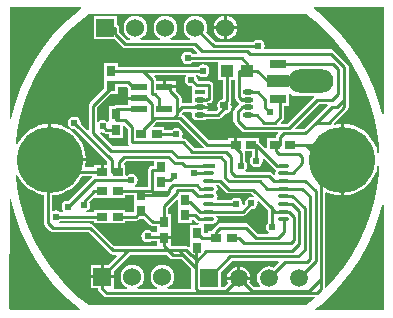
<source format=gtl>
%FSLAX23Y23*%
%MOIN*%
G70*
G01*
G75*
G04 Layer_Physical_Order=1*
G04 Layer_Color=255*
%ADD10R,0.028X0.035*%
%ADD11R,0.035X0.028*%
%ADD12R,0.043X0.039*%
%ADD13R,0.073X0.039*%
%ADD14O,0.150X0.079*%
%ADD15R,0.055X0.031*%
%ADD16R,0.057X0.022*%
%ADD17R,0.057X0.022*%
%ADD18R,0.035X0.017*%
%ADD19O,0.035X0.017*%
%ADD20R,0.040X0.012*%
%ADD21O,0.040X0.012*%
%ADD22C,0.009*%
%ADD23C,0.220*%
%ADD24C,0.059*%
%ADD25R,0.059X0.059*%
%ADD26C,0.060*%
%ADD27R,0.060X0.060*%
%ADD28C,0.024*%
G36*
X184Y12D02*
X183Y11D01*
X178Y4D01*
X177Y-4D01*
X178Y-12D01*
X183Y-19D01*
X190Y-24D01*
X198Y-25D01*
X206Y-24D01*
X213Y-19D01*
X218Y-12D01*
X220Y-4D01*
X219Y1D01*
X223Y4D01*
X256Y-30D01*
X256Y-30D01*
X261Y-33D01*
X261Y-33D01*
X263Y-37D01*
X262Y-40D01*
X261Y-46D01*
X262Y-50D01*
X257Y-52D01*
X249Y-44D01*
X245Y-41D01*
X240Y-40D01*
X163D01*
X162Y-35D01*
X162Y-35D01*
X167Y-28D01*
X168Y-20D01*
X167Y-12D01*
X162Y-5D01*
X161Y-4D01*
Y23D01*
X160Y26D01*
X161Y27D01*
X184D01*
Y12D01*
D02*
G37*
G36*
X-143Y-20D02*
X-148D01*
X-153Y-21D01*
X-158Y-24D01*
X-161Y-29D01*
X-162Y-34D01*
Y-91D01*
X-205D01*
X-206Y-86D01*
X-203Y-84D01*
X-198Y-77D01*
X-197Y-69D01*
X-198Y-61D01*
X-203Y-54D01*
X-210Y-49D01*
X-218Y-48D01*
X-226Y-49D01*
X-233Y-54D01*
X-238Y-51D01*
Y-17D01*
X-242D01*
X-244Y-13D01*
X-237Y-6D01*
X-143D01*
Y-20D01*
D02*
G37*
G36*
X96Y-109D02*
X100Y-112D01*
X106Y-113D01*
X182D01*
X189Y-120D01*
X187Y-125D01*
X182Y-124D01*
X174Y-125D01*
X167Y-130D01*
X162Y-137D01*
X161Y-145D01*
X161Y-147D01*
X157Y-151D01*
X152Y-148D01*
X152Y-148D01*
X151Y-140D01*
X146Y-133D01*
X139Y-128D01*
X131Y-127D01*
X123Y-128D01*
X116Y-133D01*
X115Y-134D01*
X69D01*
X67Y-130D01*
X68Y-128D01*
X69Y-122D01*
X68Y-117D01*
X65Y-112D01*
Y-108D01*
X68Y-103D01*
X69Y-97D01*
X68Y-91D01*
X65Y-86D01*
X65Y-85D01*
X72D01*
X96Y-109D01*
D02*
G37*
G36*
X-231Y102D02*
Y57D01*
X-230Y52D01*
X-227Y48D01*
X-230Y44D01*
X-281D01*
X-324Y87D01*
X-321Y91D01*
X-321Y91D01*
X-313Y90D01*
X-311Y90D01*
X-307Y87D01*
X-302Y86D01*
X-293D01*
Y73D01*
X-247D01*
Y112D01*
X-243Y114D01*
X-231Y102D01*
D02*
G37*
G36*
X24Y40D02*
X24Y40D01*
X24Y40D01*
D01*
X-11D01*
X-37Y67D01*
X-42Y70D01*
X-47Y71D01*
X-49Y75D01*
X-48Y77D01*
X-47Y85D01*
X-48Y93D01*
X-53Y100D01*
X-60Y105D01*
X-68Y106D01*
X-76Y105D01*
X-83Y100D01*
X-84Y99D01*
X-108D01*
Y108D01*
X-145D01*
X-147Y112D01*
X-140Y119D01*
X-135Y125D01*
X-61D01*
X24Y40D01*
D02*
G37*
G36*
X395Y462D02*
X430Y430D01*
X462Y395D01*
X492Y357D01*
X518Y318D01*
X542Y276D01*
X562Y233D01*
X578Y188D01*
X591Y142D01*
X600Y95D01*
X606Y48D01*
X607Y22D01*
X602Y22D01*
X599Y37D01*
X591Y54D01*
X582Y70D01*
X569Y84D01*
X555Y97D01*
X539Y106D01*
X522Y114D01*
X504Y118D01*
X490Y119D01*
Y-0D01*
Y-119D01*
X504Y-118D01*
X522Y-114D01*
X539Y-106D01*
X555Y-97D01*
X569Y-84D01*
X582Y-70D01*
X591Y-54D01*
X599Y-37D01*
X602Y-22D01*
X607Y-22D01*
X606Y-48D01*
X600Y-95D01*
X591Y-142D01*
X578Y-188D01*
X562Y-233D01*
X542Y-276D01*
X518Y-318D01*
X492Y-357D01*
X462Y-395D01*
X432Y-427D01*
X428Y-425D01*
Y-397D01*
X428Y-397D01*
X428Y-397D01*
Y-110D01*
X432Y-107D01*
X448Y-114D01*
X466Y-118D01*
X480Y-119D01*
Y-0D01*
Y119D01*
X466Y118D01*
X459Y116D01*
X456Y120D01*
X502Y166D01*
X505Y170D01*
X506Y176D01*
Y200D01*
Y309D01*
X505Y314D01*
X502Y319D01*
X458Y363D01*
X453Y366D01*
X448Y367D01*
X227D01*
X225Y371D01*
X226Y379D01*
X225Y387D01*
X220Y394D01*
X213Y399D01*
X205Y400D01*
X197Y399D01*
X190Y394D01*
X189Y393D01*
X62D01*
X31Y424D01*
X33Y430D01*
X34Y440D01*
X33Y450D01*
X29Y460D01*
X23Y468D01*
X15Y474D01*
X5Y478D01*
X-5Y479D01*
X-15Y478D01*
X-25Y474D01*
X-33Y468D01*
X-39Y460D01*
X-43Y450D01*
X-44Y440D01*
X-43Y430D01*
X-39Y420D01*
X-33Y412D01*
X-25Y406D01*
X-22Y405D01*
X-23Y400D01*
X-87D01*
X-88Y405D01*
X-85Y406D01*
X-77Y412D01*
X-71Y420D01*
X-67Y430D01*
X-66Y440D01*
X-67Y450D01*
X-71Y460D01*
X-77Y468D01*
X-85Y474D01*
X-95Y478D01*
X-105Y479D01*
X-115Y478D01*
X-125Y474D01*
X-133Y468D01*
X-139Y460D01*
X-143Y450D01*
X-144Y440D01*
X-143Y430D01*
X-139Y420D01*
X-133Y412D01*
X-125Y406D01*
X-122Y405D01*
X-123Y400D01*
X-187D01*
X-188Y405D01*
X-185Y406D01*
X-177Y412D01*
X-171Y420D01*
X-167Y430D01*
X-166Y440D01*
X-167Y450D01*
X-171Y460D01*
X-177Y468D01*
X-185Y474D01*
X-195Y478D01*
X-205Y479D01*
X-215Y478D01*
X-225Y474D01*
X-233Y468D01*
X-239Y460D01*
X-243Y450D01*
X-244Y440D01*
X-243Y430D01*
X-239Y420D01*
X-233Y412D01*
X-225Y406D01*
X-222Y405D01*
X-223Y400D01*
X-234D01*
X-258Y424D01*
Y440D01*
X-259Y445D01*
X-262Y450D01*
X-266Y452D01*
Y479D01*
X-344D01*
Y401D01*
X-274D01*
X-250Y376D01*
X-250Y376D01*
X-247Y374D01*
X-245Y373D01*
X-240Y372D01*
X-13D01*
X2Y357D01*
X0Y353D01*
X-15D01*
X-16Y354D01*
X-23Y359D01*
X-31Y360D01*
X-39Y359D01*
X-46Y354D01*
X-51Y347D01*
X-52Y339D01*
X-51Y331D01*
X-46Y324D01*
X-39Y319D01*
X-31Y318D01*
X-23Y319D01*
X-16Y324D01*
X-15Y325D01*
X71D01*
Y324D01*
X71D01*
Y266D01*
X88D01*
Y202D01*
X80Y200D01*
X73Y196D01*
X69Y189D01*
X67Y181D01*
X69Y172D01*
X71Y169D01*
X64Y162D01*
X38D01*
X35Y166D01*
X36Y167D01*
X36Y169D01*
X10D01*
Y179D01*
X36D01*
X36Y181D01*
X33Y184D01*
X34Y187D01*
X38Y189D01*
X41D01*
X46Y190D01*
X51Y193D01*
X54Y198D01*
X55Y203D01*
Y247D01*
X54Y252D01*
X51Y257D01*
X46Y260D01*
X41Y261D01*
X7D01*
X3Y265D01*
X3Y265D01*
X2Y273D01*
X-3Y280D01*
X-2Y282D01*
X5D01*
X6Y280D01*
X13Y276D01*
X21Y274D01*
X29Y276D01*
X36Y280D01*
X41Y287D01*
X42Y296D01*
X41Y304D01*
X36Y311D01*
X29Y315D01*
X21Y317D01*
X13Y315D01*
X6Y311D01*
X5Y309D01*
X-262D01*
Y322D01*
X-308D01*
Y269D01*
Y237D01*
X-356Y188D01*
X-359Y184D01*
X-360Y178D01*
Y100D01*
X-365Y98D01*
X-387Y120D01*
X-387Y122D01*
X-388Y130D01*
X-393Y137D01*
X-400Y142D01*
X-408Y143D01*
X-416Y142D01*
X-423Y137D01*
X-428Y130D01*
X-429Y122D01*
X-428Y114D01*
X-423Y107D01*
X-416Y102D01*
X-408Y101D01*
X-406Y101D01*
X-298Y-8D01*
Y-17D01*
X-311D01*
Y-40D01*
X-321D01*
Y-17D01*
X-342D01*
Y-26D01*
X-370D01*
X-373Y-22D01*
X-372Y-19D01*
X-371Y-5D01*
X-490D01*
Y-0D01*
X-495D01*
Y119D01*
X-509Y118D01*
X-527Y114D01*
X-544Y106D01*
X-560Y97D01*
X-574Y84D01*
X-587Y70D01*
X-596Y54D01*
X-598Y51D01*
X-603Y52D01*
X-598Y95D01*
X-588Y141D01*
X-575Y187D01*
X-559Y232D01*
X-539Y275D01*
X-516Y316D01*
X-489Y356D01*
X-460Y393D01*
X-428Y428D01*
X-393Y460D01*
X-360Y486D01*
X365D01*
X395Y462D01*
D02*
G37*
G36*
X-156Y-219D02*
X-151Y-222D01*
X-146Y-223D01*
X-146Y-223D01*
X-133D01*
Y-236D01*
Y-243D01*
X-147D01*
X-149Y-240D01*
X-156Y-235D01*
X-164Y-234D01*
X-173Y-235D01*
X-180Y-240D01*
X-184Y-247D01*
X-186Y-255D01*
X-184Y-263D01*
X-180Y-270D01*
X-173Y-275D01*
X-164Y-276D01*
X-156Y-275D01*
X-150Y-271D01*
X-133D01*
Y-287D01*
D01*
Y-287D01*
X-135Y-289D01*
X-228D01*
X-228Y-289D01*
X-228Y-289D01*
X-275D01*
X-347Y-217D01*
X-352Y-214D01*
X-357Y-213D01*
X-459D01*
X-461Y-208D01*
X-456Y-205D01*
X-455Y-204D01*
X-342D01*
Y-213D01*
X-238D01*
Y-204D01*
X-204D01*
X-199Y-203D01*
X-195Y-200D01*
X-192Y-197D01*
X-178D01*
X-156Y-219D01*
D02*
G37*
G36*
X-63Y-135D02*
Y-161D01*
Y-212D01*
X-17D01*
Y-201D01*
X-13Y-199D01*
X-3Y-209D01*
X1Y-212D01*
X6Y-213D01*
X5Y-215D01*
X3Y-218D01*
X-23D01*
Y-271D01*
Y-290D01*
X-27Y-293D01*
X-31Y-290D01*
X-36Y-289D01*
X-87D01*
Y-287D01*
X-87D01*
Y-266D01*
X-110D01*
Y-256D01*
X-87D01*
Y-236D01*
Y-183D01*
X-96D01*
Y-162D01*
X-67Y-133D01*
X-63Y-135D01*
D02*
G37*
G36*
X274Y-342D02*
X256Y-360D01*
X250Y-357D01*
X240Y-356D01*
X230Y-357D01*
X221Y-361D01*
X213Y-367D01*
X206Y-376D01*
X202Y-385D01*
X201Y-395D01*
X202Y-405D01*
X206Y-414D01*
X210Y-420D01*
X208Y-424D01*
X189D01*
X175Y-411D01*
X178Y-405D01*
X178Y-400D01*
X102D01*
X102Y-405D01*
X105Y-411D01*
X91Y-424D01*
X79D01*
Y-376D01*
X117Y-337D01*
X272D01*
X274Y-342D01*
D02*
G37*
G36*
X-208Y-146D02*
Y-174D01*
X-210Y-176D01*
X-238D01*
Y-167D01*
X-342D01*
Y-176D01*
X-367D01*
X-368Y-171D01*
X-362Y-167D01*
X-357Y-160D01*
X-356Y-152D01*
X-357Y-144D01*
X-359Y-141D01*
X-344Y-127D01*
X-342Y-128D01*
Y-128D01*
X-342Y-128D01*
X-238D01*
Y-119D01*
X-208D01*
Y-146D01*
D02*
G37*
G36*
X-350Y-59D02*
X-351Y-59D01*
X-428Y-137D01*
X-430Y-137D01*
X-438Y-138D01*
X-445Y-143D01*
X-450Y-150D01*
X-451Y-158D01*
X-450Y-166D01*
X-446Y-172D01*
X-448Y-176D01*
X-455D01*
X-456Y-175D01*
X-463Y-170D01*
X-471Y-169D01*
X-479Y-170D01*
X-483Y-168D01*
Y-119D01*
X-471Y-118D01*
X-453Y-114D01*
X-436Y-106D01*
X-420Y-97D01*
X-406Y-84D01*
X-393Y-70D01*
X-384Y-54D01*
X-383Y-54D01*
X-351D01*
X-350Y-59D01*
D02*
G37*
G36*
X237Y-168D02*
Y-209D01*
X236Y-210D01*
X231Y-217D01*
X230Y-225D01*
X231Y-233D01*
X236Y-240D01*
X239Y-242D01*
X237Y-247D01*
X204D01*
X174Y-217D01*
X170Y-214D01*
X164Y-213D01*
X77D01*
X77Y-213D01*
X72Y-214D01*
X67Y-217D01*
X54Y-230D01*
X51Y-235D01*
X51Y-237D01*
X38D01*
Y-246D01*
X23D01*
Y-218D01*
X20D01*
Y-217D01*
X23Y-214D01*
X26Y-214D01*
X54D01*
X60Y-213D01*
X65Y-210D01*
X68Y-205D01*
X69Y-199D01*
X68Y-193D01*
X65Y-188D01*
X65Y-187D01*
X153D01*
X159Y-186D01*
X163Y-183D01*
X180Y-166D01*
X182Y-166D01*
X190Y-165D01*
X197Y-160D01*
X202Y-153D01*
X203Y-145D01*
X202Y-140D01*
X207Y-138D01*
X237Y-168D01*
D02*
G37*
G36*
X-35Y277D02*
X-38Y273D01*
X-39Y265D01*
X-38Y257D01*
X-33Y250D01*
X-26Y245D01*
X-18Y244D01*
X-17Y244D01*
X-17Y242D01*
D01*
X-17Y242D01*
X-17Y242D01*
Y208D01*
X-17D01*
X-16Y206D01*
X-17Y199D01*
X-16Y193D01*
X-15Y192D01*
X-18Y188D01*
X-51D01*
X-51Y188D01*
Y204D01*
X-52Y209D01*
X-53Y211D01*
X-55Y214D01*
X-55Y214D01*
X-70Y228D01*
Y237D01*
X-108D01*
Y242D01*
X-113D01*
Y262D01*
X-136D01*
Y265D01*
X-137Y270D01*
X-140Y275D01*
X-143Y277D01*
X-141Y282D01*
X-37D01*
X-35Y277D01*
D02*
G37*
G36*
X126Y209D02*
X127Y204D01*
X130Y200D01*
X140Y190D01*
X140Y190D01*
X141Y189D01*
Y185D01*
X140Y184D01*
X140Y184D01*
X126Y170D01*
X123Y165D01*
X122Y160D01*
Y130D01*
X123Y124D01*
X126Y120D01*
X150Y96D01*
X155Y93D01*
X160Y92D01*
X269D01*
X271Y87D01*
X267Y84D01*
X264Y79D01*
X263Y74D01*
Y73D01*
X233D01*
Y39D01*
X228Y37D01*
X208Y58D01*
X207Y58D01*
Y73D01*
X134D01*
Y50D01*
X124D01*
Y73D01*
X103D01*
Y64D01*
X39D01*
X-45Y148D01*
X-50Y151D01*
X-51Y152D01*
Y154D01*
X-45Y160D01*
X-18D01*
X-15Y156D01*
X-16Y155D01*
X-17Y148D01*
X-16Y141D01*
X-12Y136D01*
X-6Y132D01*
X1Y131D01*
X19D01*
X26Y132D01*
X30Y134D01*
X69D01*
X74Y136D01*
X79Y138D01*
X93Y153D01*
X95Y153D01*
X103Y154D01*
X110Y159D01*
X115Y166D01*
X116Y174D01*
X115Y182D01*
X112Y186D01*
X114Y188D01*
X115Y194D01*
Y266D01*
X126D01*
Y209D01*
D02*
G37*
G36*
X-596Y-54D02*
X-587Y-70D01*
X-574Y-84D01*
X-560Y-97D01*
X-544Y-106D01*
X-527Y-114D01*
X-511Y-117D01*
Y-210D01*
X-510Y-215D01*
X-507Y-220D01*
X-490Y-237D01*
X-490Y-237D01*
X-487Y-239D01*
X-485Y-240D01*
X-480Y-241D01*
X-363D01*
X-291Y-313D01*
X-291Y-313D01*
X-288Y-315D01*
X-286Y-316D01*
X-281Y-317D01*
X-268D01*
X-266Y-321D01*
X-295Y-351D01*
X-310D01*
Y-385D01*
X-276D01*
Y-370D01*
X-222Y-317D01*
X-102D01*
X-90Y-329D01*
X-85Y-332D01*
X-80Y-333D01*
X-51D01*
X-18Y-366D01*
Y-430D01*
X-18Y-430D01*
X-97D01*
X-98Y-425D01*
X-95Y-424D01*
X-87Y-418D01*
X-81Y-410D01*
X-77Y-400D01*
X-76Y-390D01*
X-77Y-380D01*
X-81Y-370D01*
X-87Y-362D01*
X-95Y-356D01*
X-105Y-352D01*
X-115Y-351D01*
X-125Y-352D01*
X-135Y-356D01*
X-143Y-362D01*
X-149Y-370D01*
X-153Y-380D01*
X-154Y-390D01*
X-153Y-400D01*
X-149Y-410D01*
X-143Y-418D01*
X-135Y-424D01*
X-132Y-425D01*
X-133Y-430D01*
X-197D01*
X-198Y-425D01*
X-195Y-424D01*
X-187Y-418D01*
X-181Y-410D01*
X-177Y-400D01*
X-176Y-390D01*
X-177Y-380D01*
X-181Y-370D01*
X-187Y-362D01*
X-195Y-356D01*
X-205Y-352D01*
X-215Y-351D01*
X-225Y-352D01*
X-235Y-356D01*
X-243Y-362D01*
X-249Y-370D01*
X-253Y-380D01*
X-254Y-390D01*
X-253Y-400D01*
X-249Y-410D01*
X-243Y-418D01*
X-235Y-424D01*
X-232Y-425D01*
X-233Y-430D01*
X-276D01*
Y-429D01*
X-276D01*
Y-395D01*
X-354D01*
Y-429D01*
X-329D01*
Y-430D01*
X-328Y-435D01*
X-325Y-440D01*
X-311Y-454D01*
X-306Y-457D01*
X-301Y-458D01*
X393D01*
X395Y-462D01*
X365Y-486D01*
X365Y-486D01*
X-360D01*
X-393Y-460D01*
X-428Y-428D01*
X-460Y-393D01*
X-489Y-356D01*
X-516Y-316D01*
X-539Y-275D01*
X-559Y-232D01*
X-575Y-187D01*
X-588Y-141D01*
X-598Y-95D01*
X-603Y-52D01*
X-598Y-51D01*
X-596Y-54D01*
D02*
G37*
G36*
X-616Y-148D02*
X-603Y-196D01*
X-585Y-242D01*
X-564Y-288D01*
X-540Y-331D01*
X-513Y-372D01*
X-482Y-411D01*
X-448Y-448D01*
X-411Y-482D01*
X-390Y-498D01*
X-392Y-503D01*
X-621D01*
X-625Y-499D01*
X-624Y-132D01*
X-619Y-132D01*
X-616Y-148D01*
D02*
G37*
G36*
X623Y-152D02*
Y-503D01*
X397D01*
X395Y-498D01*
X413Y-484D01*
X450Y-450D01*
X484Y-413D01*
X515Y-374D01*
X543Y-333D01*
X567Y-289D01*
X588Y-244D01*
X605Y-197D01*
X618Y-152D01*
X623Y-152D01*
D02*
G37*
G36*
Y152D02*
X618Y152D01*
X605Y197D01*
X588Y244D01*
X567Y289D01*
X543Y333D01*
X515Y374D01*
X484Y413D01*
X450Y450D01*
X413Y484D01*
X390Y502D01*
X392Y507D01*
X623D01*
Y152D01*
D02*
G37*
G36*
X321Y213D02*
X389D01*
X390Y208D01*
X302Y119D01*
X281D01*
X279Y124D01*
X287Y131D01*
X287Y131D01*
X289Y134D01*
X290Y136D01*
X291Y141D01*
Y177D01*
X307D01*
Y220D01*
X311Y222D01*
X321Y213D01*
D02*
G37*
G36*
X-230Y240D02*
Y225D01*
X-230D01*
Y210D01*
X-192D01*
Y200D01*
X-230D01*
Y185D01*
Y181D01*
X-270D01*
X-275Y180D01*
X-280Y177D01*
X-280Y177D01*
X-293D01*
Y127D01*
X-298Y126D01*
X-298Y126D01*
X-305Y131D01*
X-313Y132D01*
X-321Y131D01*
X-328Y126D01*
X-333Y128D01*
Y173D01*
X-288Y218D01*
X-262D01*
Y243D01*
X-233D01*
X-230Y240D01*
D02*
G37*
G36*
X-385Y502D02*
X-411Y482D01*
X-448Y448D01*
X-482Y411D01*
X-513Y372D01*
X-540Y331D01*
X-564Y288D01*
X-585Y242D01*
X-603Y196D01*
X-616Y148D01*
X-619Y134D01*
X-624Y135D01*
X-623Y507D01*
X-387D01*
X-385Y502D01*
D02*
G37*
G36*
X437Y182D02*
X389Y133D01*
X356Y101D01*
X329D01*
X327Y105D01*
X408Y186D01*
X435D01*
X437Y182D01*
D02*
G37*
%LPC*%
G36*
X-320Y-351D02*
X-354D01*
Y-385D01*
X-320D01*
Y-351D01*
D02*
G37*
G36*
X145Y-357D02*
Y-390D01*
X178D01*
X178Y-385D01*
X174Y-376D01*
X167Y-367D01*
X159Y-361D01*
X150Y-357D01*
X145Y-357D01*
D02*
G37*
G36*
X135D02*
X130Y-357D01*
X121Y-361D01*
X113Y-367D01*
X106Y-376D01*
X102Y-385D01*
X102Y-390D01*
X135D01*
Y-357D01*
D02*
G37*
G36*
X134Y435D02*
X100D01*
Y401D01*
X105Y402D01*
X115Y406D01*
X123Y412D01*
X129Y420D01*
X133Y430D01*
X134Y435D01*
D02*
G37*
G36*
X90Y479D02*
X85Y478D01*
X75Y474D01*
X67Y468D01*
X61Y460D01*
X57Y450D01*
X56Y445D01*
X90D01*
Y479D01*
D02*
G37*
G36*
X100D02*
Y445D01*
X134D01*
X133Y450D01*
X129Y460D01*
X123Y468D01*
X115Y474D01*
X105Y478D01*
X100Y479D01*
D02*
G37*
G36*
X-485Y119D02*
Y5D01*
X-371D01*
X-372Y19D01*
X-376Y37D01*
X-384Y54D01*
X-393Y70D01*
X-406Y84D01*
X-420Y97D01*
X-436Y106D01*
X-453Y114D01*
X-471Y118D01*
X-485Y119D01*
D02*
G37*
G36*
X-70Y262D02*
X-103D01*
Y247D01*
X-70D01*
Y262D01*
D02*
G37*
G36*
X90Y435D02*
X56D01*
X57Y430D01*
X61Y420D01*
X67Y412D01*
X75Y406D01*
X85Y402D01*
X90Y401D01*
Y435D01*
D02*
G37*
%LPD*%
D10*
X-40Y-134D02*
D03*
Y-186D02*
D03*
X-120Y-24D02*
D03*
Y-76D02*
D03*
X-185Y-171D02*
D03*
Y-119D02*
D03*
X-270Y99D02*
D03*
Y151D02*
D03*
X-110Y-261D02*
D03*
Y-209D02*
D03*
X0Y-244D02*
D03*
Y-296D02*
D03*
X-285Y296D02*
D03*
Y244D02*
D03*
D11*
X-186Y85D02*
D03*
X-134D02*
D03*
X-264Y-105D02*
D03*
X-316D02*
D03*
X129Y50D02*
D03*
X181D02*
D03*
X311D02*
D03*
X259D02*
D03*
X-264Y-190D02*
D03*
X-316D02*
D03*
X64Y-260D02*
D03*
X116D02*
D03*
X-264Y-40D02*
D03*
X-316D02*
D03*
D12*
X168Y295D02*
D03*
X102D02*
D03*
D13*
X270Y261D02*
D03*
D14*
X380D02*
D03*
D15*
X270Y202D02*
D03*
Y320D02*
D03*
D16*
X-192Y242D02*
D03*
D17*
Y205D02*
D03*
Y168D02*
D03*
X-108D02*
D03*
Y242D02*
D03*
D18*
X10Y225D02*
D03*
D19*
Y199D02*
D03*
Y174D02*
D03*
Y148D02*
D03*
X171Y225D02*
D03*
Y199D02*
D03*
Y174D02*
D03*
Y148D02*
D03*
D20*
X40Y-20D02*
D03*
D21*
Y-46D02*
D03*
Y-71D02*
D03*
Y-97D02*
D03*
Y-122D02*
D03*
Y-148D02*
D03*
Y-174D02*
D03*
Y-199D02*
D03*
X290Y-20D02*
D03*
Y-46D02*
D03*
Y-71D02*
D03*
Y-97D02*
D03*
Y-122D02*
D03*
Y-148D02*
D03*
Y-174D02*
D03*
Y-199D02*
D03*
D22*
X-40Y-142D02*
X-23D01*
X40Y-174D02*
X153D01*
X9D02*
X40D01*
X364Y50D02*
X435D01*
X311D02*
X364D01*
X414Y0D01*
X125Y45D02*
X147Y23D01*
X120Y50D02*
X129D01*
X34D02*
X120D01*
X125Y45D02*
X125Y45D01*
X120Y50D02*
X125Y45D01*
X414Y-397D02*
Y0D01*
Y-431D02*
Y-397D01*
X373Y-438D02*
X414Y-397D01*
X-4Y-303D02*
X0D01*
X-4Y-340D02*
X32Y-305D01*
X10Y-444D02*
Y-438D01*
X-4Y-330D02*
Y-303D01*
Y-340D02*
Y-330D01*
Y-360D02*
Y-340D01*
Y-430D02*
Y-360D01*
Y-430D02*
X10Y-444D01*
X-90Y229D02*
Y242D01*
X-65Y160D02*
X-51Y174D01*
X-65Y160D02*
Y204D01*
Y150D02*
Y160D01*
X-76Y139D02*
X-65Y150D01*
X-76Y139D02*
X-55D01*
X-140D02*
X-76D01*
X-150Y129D02*
Y186D01*
Y129D02*
X-140Y139D01*
X-179Y100D02*
X-150Y129D01*
X-179Y85D02*
Y100D01*
X-120Y-67D02*
X-90D01*
X-457Y-40D02*
X-316D01*
X-457D02*
X-454Y-36D01*
X-497Y-80D02*
X-457Y-40D01*
X-110Y-289D02*
X-96Y-303D01*
X-80Y-319D01*
X-162Y-257D02*
X-110D01*
X-15Y-319D02*
X-4Y-330D01*
X-61Y-303D02*
X-45Y-319D01*
X-4Y-360D01*
X-61Y-303D02*
X-36D01*
X-96D02*
X-61D01*
X-228D02*
X-96D01*
X-281D02*
X-228D01*
X-80Y-319D02*
X-45D01*
X10Y-444D02*
X401D01*
X-301D02*
X10D01*
X-110Y-261D02*
Y-257D01*
Y-289D02*
Y-261D01*
X-315Y-390D02*
X-228Y-303D01*
X290Y-174D02*
X307D01*
X262D02*
X290D01*
X188Y-100D02*
X251Y-162D01*
X262Y-174D01*
X251Y-225D02*
Y-162D01*
X-285Y295D02*
X-180D01*
X-125Y168D02*
Y203D01*
X-302Y100D02*
X-270D01*
X198Y-4D02*
Y48D01*
X196Y50D02*
X198Y48D01*
X266Y-20D01*
X-260Y-40D02*
Y-9D01*
X-264Y-40D02*
X-260D01*
X-284D02*
X-264D01*
X-284D02*
Y-2D01*
X-148Y-34D02*
X-120D01*
X-185Y-105D02*
X-150D01*
X-264D02*
X-185D01*
X270Y261D02*
X380D01*
X236D02*
X270D01*
X168Y295D02*
Y320D01*
Y295D02*
X202D01*
X140D02*
X168D01*
X88Y181D02*
X102Y194D01*
X69Y148D02*
X95Y174D01*
X492Y200D02*
Y309D01*
Y176D02*
Y200D01*
X468Y176D02*
X492Y200D01*
X398Y123D02*
X440D01*
X398D02*
X451Y176D01*
X362Y87D02*
X398Y123D01*
X277Y64D02*
Y74D01*
Y50D02*
Y64D01*
X-272Y418D02*
Y440D01*
X263Y50D02*
X277Y64D01*
X263Y50D02*
X277D01*
X259D02*
X263D01*
Y30D02*
Y50D01*
X277Y141D02*
Y202D01*
X64Y-260D02*
Y-240D01*
Y-260D02*
X64D01*
X16D02*
X64D01*
X290Y-97D02*
X352D01*
X234D02*
X290D01*
X-285Y257D02*
X-228D01*
X-285Y244D02*
Y257D01*
Y240D02*
Y244D01*
X290Y-71D02*
X362D01*
X257D02*
X290D01*
X-270Y168D02*
X-192D01*
X-270Y131D02*
X-240D01*
X-270Y151D02*
Y168D01*
Y131D02*
Y151D01*
X-23Y-142D02*
X9Y-174D01*
X-40Y-142D02*
Y-134D01*
X153Y-174D02*
X182Y-145D01*
X40Y-148D02*
X131D01*
X-471Y-190D02*
X-316D01*
X56Y379D02*
X205D01*
X-5Y440D02*
X56Y379D01*
X-342Y-105D02*
X-316D01*
X-377Y-140D02*
X-342Y-105D01*
X-377Y-152D02*
Y-140D01*
X-164Y-255D02*
X-162Y-257D01*
X-490Y0D02*
X-454Y-36D01*
X-497Y-210D02*
Y-80D01*
Y-210D02*
X-480Y-227D01*
X-357D01*
X-281Y-303D01*
X-315Y-430D02*
Y-390D01*
Y-430D02*
X-301Y-444D01*
X290Y-148D02*
X318D01*
X342Y-171D01*
Y-280D02*
Y-171D01*
X316Y-305D02*
X342Y-280D01*
X32Y-305D02*
X316D01*
X-36Y-303D02*
X-20Y-319D01*
X-15D01*
X0Y-303D02*
Y-296D01*
X97Y-438D02*
X140Y-395D01*
X10Y-438D02*
X97D01*
X401Y-444D02*
X414Y-431D01*
X140Y-395D02*
X183Y-438D01*
X373D01*
X435Y50D02*
X485Y0D01*
X-120Y-76D02*
Y-67D01*
X-90D02*
X-77Y-54D01*
X-9Y-46D02*
X40D01*
X147Y-20D02*
Y23D01*
X-108Y242D02*
X-90D01*
Y229D02*
X-65Y204D01*
X-55Y139D02*
X34Y50D01*
X-51Y174D02*
X10D01*
X-192Y205D02*
X-169D01*
X-150Y186D01*
X-186Y85D02*
X-179D01*
X-270Y99D02*
Y100D01*
X-313Y111D02*
X-302Y100D01*
X-285Y296D02*
X21D01*
X-134Y85D02*
X-68D01*
X-285Y295D02*
Y296D01*
X-180Y295D02*
X-150Y265D01*
Y218D02*
Y265D01*
Y218D02*
X-140D01*
X-125Y203D01*
Y168D02*
X-108D01*
X228Y172D02*
X243Y157D01*
X228Y172D02*
Y200D01*
X203Y225D02*
X228Y200D01*
X171Y225D02*
X203D01*
X106Y-100D02*
X188D01*
X77Y-71D02*
X106Y-100D01*
X40Y-71D02*
X77D01*
X307Y-174D02*
X324Y-190D01*
Y-269D02*
Y-190D01*
X315Y-278D02*
X324Y-269D01*
X158Y-278D02*
X315D01*
X140Y-260D02*
X158Y-278D01*
X116Y-260D02*
X140D01*
X266Y-20D02*
X290D01*
X181Y50D02*
X196D01*
X-408Y122D02*
X-284Y-2D01*
X-260Y-9D02*
X-243Y8D01*
X-95D01*
X-74Y-12D01*
X-48D01*
X-41Y-20D01*
X40D01*
X-120Y-34D02*
Y-24D01*
X-148Y-107D02*
Y-34D01*
X-150Y-105D02*
X-148Y-107D01*
X-92D01*
X-185Y-119D02*
X-104D01*
X-92Y-107D01*
Y-97D01*
X-80Y-85D01*
X0D01*
X12Y-97D01*
X40D01*
X-185Y-171D02*
X-146Y-209D01*
X-110D01*
X-204Y-190D02*
X-185Y-171D01*
X-264Y-190D02*
X-204D01*
X-110Y-209D02*
Y-156D01*
X-67Y-113D01*
Y-103D01*
X-15D01*
X4Y-122D01*
X40D01*
X-40Y-186D02*
X-7D01*
X7Y-199D01*
X40D01*
X150Y199D02*
X171D01*
X140Y209D02*
X150Y199D01*
X140Y209D02*
Y295D01*
X202D02*
X236Y261D01*
X149Y339D02*
X168Y320D01*
X-31Y339D02*
X149D01*
X10Y148D02*
X69D01*
X102Y194D02*
Y295D01*
X290Y-46D02*
X320D01*
X352Y-13D01*
Y7D01*
X340Y19D02*
X352Y7D01*
X274Y19D02*
X340D01*
X263Y30D02*
X274Y19D01*
X451Y176D02*
X468D01*
X277Y74D02*
X290Y87D01*
X362D01*
X440Y123D02*
X492Y176D01*
X448Y353D02*
X492Y309D01*
X176Y353D02*
X448D01*
X168Y361D02*
X176Y353D01*
X18Y361D02*
X168D01*
X-7Y386D02*
X18Y361D01*
X-240Y386D02*
X-7D01*
X-272Y418D02*
X-240Y386D01*
X-305Y440D02*
X-272D01*
X-430Y-158D02*
X-341Y-69D01*
X-218D01*
X40Y-395D02*
X111Y-323D01*
X336D01*
X359Y-300D01*
Y-163D01*
X318Y-122D02*
X359Y-163D01*
X290Y-122D02*
X318D01*
X150Y174D02*
X171D01*
X136Y160D02*
X150Y174D01*
X136Y130D02*
Y160D01*
Y130D02*
X160Y105D01*
X308D01*
X402Y200D01*
X452D01*
X472Y220D01*
Y303D01*
X455Y320D02*
X472Y303D01*
X270Y320D02*
X455D01*
X171Y148D02*
X200D01*
X225Y123D01*
X259D01*
X277Y141D01*
X270Y202D02*
X277D01*
X-18Y265D02*
X0Y247D01*
X41D01*
Y203D02*
Y247D01*
X33Y203D02*
X41D01*
X29Y199D02*
X33Y203D01*
X10Y199D02*
X29D01*
X0Y-244D02*
X16Y-260D01*
X64Y-240D02*
X77Y-227D01*
X164D01*
X198Y-261D01*
X269D01*
X290Y-240D01*
Y-199D01*
X-228Y257D02*
X-213Y242D01*
X-192D01*
X-347Y178D02*
X-285Y240D01*
X-347Y90D02*
Y178D01*
Y90D02*
X-286Y30D01*
X-85D01*
X-64Y9D01*
X79D01*
X95Y-7D01*
Y-60D02*
Y-7D01*
Y-60D02*
X107Y-72D01*
X209D01*
X234Y-97D01*
X352D02*
X377Y-123D01*
Y-331D02*
Y-123D01*
X367Y-341D02*
X377Y-331D01*
X293Y-341D02*
X367D01*
X240Y-395D02*
X293Y-341D01*
X-240Y131D02*
X-217Y108D01*
Y57D02*
Y108D01*
Y57D02*
X-47D01*
X-16Y26D01*
X97D01*
X113Y10D01*
Y-40D02*
Y10D01*
Y-40D02*
X127Y-54D01*
X240D01*
X257Y-71D01*
X362D02*
X396Y-105D01*
Y-339D02*
Y-105D01*
X340Y-395D02*
X396Y-339D01*
D23*
X-490Y0D02*
D03*
X485D02*
D03*
D24*
X340Y-395D02*
D03*
X240D02*
D03*
X140D02*
D03*
D25*
X40D02*
D03*
D26*
X-115Y-390D02*
D03*
X-215D02*
D03*
X95Y440D02*
D03*
X-5D02*
D03*
X-105D02*
D03*
X-205D02*
D03*
D27*
X-315Y-390D02*
D03*
X-305Y440D02*
D03*
D28*
X182Y-145D02*
D03*
X131Y-148D02*
D03*
X-471Y-190D02*
D03*
X205Y379D02*
D03*
X-377Y-152D02*
D03*
X-164Y-255D02*
D03*
X-77Y-54D02*
D03*
X147Y-20D02*
D03*
X-9Y-46D02*
D03*
X-313Y111D02*
D03*
X21Y296D02*
D03*
X-68Y85D02*
D03*
X243Y157D02*
D03*
X251Y-225D02*
D03*
X198Y-4D02*
D03*
X-408Y122D02*
D03*
X-31Y339D02*
D03*
X95Y174D02*
D03*
X88Y181D02*
D03*
X-430Y-158D02*
D03*
X-218Y-69D02*
D03*
X-18Y265D02*
D03*
M02*

</source>
